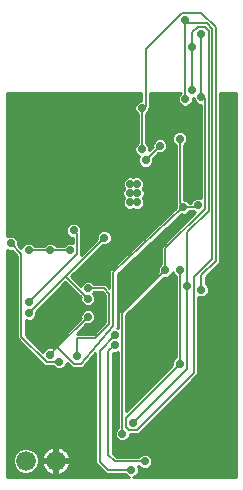
<source format=gbl>
G75*
%MOIN*%
%OFA0B0*%
%FSLAX25Y25*%
%IPPOS*%
%LPD*%
%AMOC8*
5,1,8,0,0,1.08239X$1,22.5*
%
%ADD10C,0.06600*%
%ADD11C,0.01000*%
%ADD12C,0.02800*%
%ADD13C,0.02781*%
%ADD14C,0.00600*%
D10*
X0010126Y0008304D03*
X0020126Y0008304D03*
D11*
X0003950Y0002986D02*
X0003950Y0078636D01*
X0004553Y0078386D01*
X0005547Y0078386D01*
X0005563Y0078393D01*
X0007250Y0076706D01*
X0007250Y0049106D01*
X0015650Y0040706D01*
X0016470Y0039886D01*
X0019124Y0039886D01*
X0019131Y0039870D01*
X0019834Y0039167D01*
X0020753Y0038786D01*
X0021747Y0038786D01*
X0022666Y0039167D01*
X0023369Y0039870D01*
X0023750Y0040789D01*
X0023750Y0041007D01*
X0024650Y0040106D01*
X0025470Y0039286D01*
X0027929Y0039286D01*
X0027973Y0039248D01*
X0028501Y0039286D01*
X0029030Y0039286D01*
X0029071Y0039328D01*
X0029130Y0039332D01*
X0029476Y0039732D01*
X0029850Y0040106D01*
X0029850Y0040165D01*
X0033336Y0044197D01*
X0033336Y0007461D01*
X0034156Y0006641D01*
X0036832Y0003965D01*
X0043139Y0003965D01*
X0043145Y0003949D01*
X0043849Y0003246D01*
X0044513Y0002971D01*
X0003950Y0002986D01*
X0003950Y0003683D02*
X0018813Y0003683D01*
X0019002Y0003622D02*
X0019626Y0003523D01*
X0019626Y0007804D01*
X0020626Y0007804D01*
X0020626Y0008804D01*
X0024906Y0008804D01*
X0024807Y0009428D01*
X0024574Y0010146D01*
X0024231Y0010820D01*
X0023787Y0011431D01*
X0023253Y0011965D01*
X0022641Y0012409D01*
X0021968Y0012752D01*
X0021250Y0012986D01*
X0020626Y0013085D01*
X0020626Y0008804D01*
X0019626Y0008804D01*
X0019626Y0013085D01*
X0019002Y0012986D01*
X0018283Y0012752D01*
X0017610Y0012409D01*
X0016999Y0011965D01*
X0016464Y0011431D01*
X0016020Y0010820D01*
X0015677Y0010146D01*
X0015444Y0009428D01*
X0015345Y0008804D01*
X0019626Y0008804D01*
X0019626Y0007804D01*
X0015345Y0007804D01*
X0015444Y0007180D01*
X0015677Y0006461D01*
X0016020Y0005788D01*
X0016464Y0005177D01*
X0016999Y0004643D01*
X0017610Y0004199D01*
X0018283Y0003856D01*
X0019002Y0003622D01*
X0019626Y0003683D02*
X0020626Y0003683D01*
X0020626Y0003523D02*
X0021250Y0003622D01*
X0021968Y0003856D01*
X0022641Y0004199D01*
X0023253Y0004643D01*
X0023787Y0005177D01*
X0024231Y0005788D01*
X0024574Y0006461D01*
X0024807Y0007180D01*
X0024906Y0007804D01*
X0020626Y0007804D01*
X0020626Y0003523D01*
X0021438Y0003683D02*
X0043411Y0003683D01*
X0046015Y0002970D02*
X0046681Y0003246D01*
X0047384Y0003949D01*
X0047765Y0004868D01*
X0047765Y0005863D01*
X0047408Y0006724D01*
X0047651Y0006724D01*
X0047657Y0006708D01*
X0048361Y0006005D01*
X0049280Y0005624D01*
X0050274Y0005624D01*
X0051193Y0006005D01*
X0051896Y0006708D01*
X0052277Y0007627D01*
X0052277Y0008622D01*
X0051896Y0009541D01*
X0051193Y0010244D01*
X0050274Y0010624D01*
X0049280Y0010624D01*
X0048361Y0010244D01*
X0047657Y0009541D01*
X0047651Y0009524D01*
X0040415Y0009524D01*
X0039061Y0010878D01*
X0039061Y0044175D01*
X0039203Y0044306D01*
X0039306Y0044264D01*
X0040301Y0044264D01*
X0040850Y0044491D01*
X0040850Y0019412D01*
X0040834Y0019406D01*
X0040131Y0018703D01*
X0039750Y0017784D01*
X0039750Y0016789D01*
X0040131Y0015870D01*
X0040834Y0015167D01*
X0041753Y0014786D01*
X0042747Y0014786D01*
X0043666Y0015167D01*
X0044369Y0015870D01*
X0044750Y0016789D01*
X0044750Y0017086D01*
X0045230Y0017086D01*
X0047630Y0017086D01*
X0048450Y0017906D01*
X0067650Y0037106D01*
X0067650Y0062995D01*
X0068153Y0062786D01*
X0069147Y0062786D01*
X0070066Y0063167D01*
X0070769Y0063870D01*
X0071150Y0064789D01*
X0071150Y0065784D01*
X0070769Y0066703D01*
X0070066Y0067406D01*
X0070050Y0067412D01*
X0070050Y0069506D01*
X0074030Y0073486D01*
X0074850Y0074306D01*
X0074850Y0131029D01*
X0080083Y0131029D01*
X0080064Y0002957D01*
X0046015Y0002970D01*
X0047118Y0003683D02*
X0080064Y0003683D01*
X0080064Y0004682D02*
X0047688Y0004682D01*
X0047765Y0005680D02*
X0049144Y0005680D01*
X0050409Y0005680D02*
X0080064Y0005680D01*
X0080064Y0006679D02*
X0051867Y0006679D01*
X0052277Y0007677D02*
X0080064Y0007677D01*
X0080065Y0008676D02*
X0052254Y0008676D01*
X0051762Y0009674D02*
X0080065Y0009674D01*
X0080065Y0010673D02*
X0039266Y0010673D01*
X0039061Y0011672D02*
X0080065Y0011672D01*
X0080065Y0012670D02*
X0039061Y0012670D01*
X0039061Y0013669D02*
X0080065Y0013669D01*
X0080065Y0014667D02*
X0039061Y0014667D01*
X0039061Y0015666D02*
X0040335Y0015666D01*
X0039802Y0016664D02*
X0039061Y0016664D01*
X0039061Y0017663D02*
X0039750Y0017663D01*
X0040113Y0018661D02*
X0039061Y0018661D01*
X0039061Y0019660D02*
X0040850Y0019660D01*
X0040850Y0020658D02*
X0039061Y0020658D01*
X0039061Y0021657D02*
X0040850Y0021657D01*
X0040850Y0022655D02*
X0039061Y0022655D01*
X0039061Y0023654D02*
X0040850Y0023654D01*
X0040850Y0024652D02*
X0039061Y0024652D01*
X0039061Y0025651D02*
X0040850Y0025651D01*
X0040850Y0026649D02*
X0039061Y0026649D01*
X0039061Y0027648D02*
X0040850Y0027648D01*
X0040850Y0028646D02*
X0039061Y0028646D01*
X0039061Y0029645D02*
X0040850Y0029645D01*
X0040850Y0030643D02*
X0039061Y0030643D01*
X0039061Y0031642D02*
X0040850Y0031642D01*
X0040850Y0032640D02*
X0039061Y0032640D01*
X0039061Y0033639D02*
X0040850Y0033639D01*
X0040850Y0034637D02*
X0039061Y0034637D01*
X0039061Y0035636D02*
X0040850Y0035636D01*
X0040850Y0036634D02*
X0039061Y0036634D01*
X0039061Y0037633D02*
X0040850Y0037633D01*
X0040850Y0038631D02*
X0039061Y0038631D01*
X0039061Y0039630D02*
X0040850Y0039630D01*
X0040850Y0040628D02*
X0039061Y0040628D01*
X0039061Y0041627D02*
X0040850Y0041627D01*
X0040850Y0042625D02*
X0039061Y0042625D01*
X0039061Y0043624D02*
X0040850Y0043624D01*
X0043650Y0043624D02*
X0060050Y0043624D01*
X0060050Y0042812D02*
X0060034Y0042806D01*
X0059331Y0042103D01*
X0058950Y0041184D01*
X0058950Y0040189D01*
X0058957Y0040173D01*
X0043650Y0024866D01*
X0043650Y0056906D01*
X0056137Y0069393D01*
X0056153Y0069386D01*
X0057147Y0069386D01*
X0058066Y0069767D01*
X0058769Y0070470D01*
X0059050Y0071148D01*
X0059331Y0070470D01*
X0060034Y0069767D01*
X0060050Y0069760D01*
X0060050Y0042812D01*
X0059853Y0042625D02*
X0043650Y0042625D01*
X0043650Y0041627D02*
X0059134Y0041627D01*
X0058950Y0040628D02*
X0043650Y0040628D01*
X0043650Y0039630D02*
X0058414Y0039630D01*
X0057415Y0038631D02*
X0043650Y0038631D01*
X0043650Y0037633D02*
X0056417Y0037633D01*
X0055418Y0036634D02*
X0043650Y0036634D01*
X0043650Y0035636D02*
X0054420Y0035636D01*
X0053421Y0034637D02*
X0043650Y0034637D01*
X0043650Y0033639D02*
X0052422Y0033639D01*
X0051424Y0032640D02*
X0043650Y0032640D01*
X0043650Y0031642D02*
X0050425Y0031642D01*
X0049427Y0030643D02*
X0043650Y0030643D01*
X0043650Y0029645D02*
X0048428Y0029645D01*
X0047430Y0028646D02*
X0043650Y0028646D01*
X0043650Y0027648D02*
X0046431Y0027648D01*
X0045433Y0026649D02*
X0043650Y0026649D01*
X0043650Y0025651D02*
X0044434Y0025651D01*
X0051202Y0020658D02*
X0080066Y0020658D01*
X0080066Y0019660D02*
X0050203Y0019660D01*
X0049205Y0018661D02*
X0080066Y0018661D01*
X0080066Y0017663D02*
X0048206Y0017663D01*
X0044698Y0016664D02*
X0080066Y0016664D01*
X0080066Y0015666D02*
X0044165Y0015666D01*
X0047791Y0009674D02*
X0040265Y0009674D01*
X0035117Y0005680D02*
X0024153Y0005680D01*
X0024645Y0006679D02*
X0034118Y0006679D01*
X0033336Y0007677D02*
X0024886Y0007677D01*
X0024727Y0009674D02*
X0033336Y0009674D01*
X0033336Y0008676D02*
X0020626Y0008676D01*
X0020626Y0009674D02*
X0019626Y0009674D01*
X0019626Y0008676D02*
X0014526Y0008676D01*
X0014526Y0009179D02*
X0013856Y0010796D01*
X0012618Y0012034D01*
X0011001Y0012704D01*
X0009250Y0012704D01*
X0007633Y0012034D01*
X0006395Y0010796D01*
X0005726Y0009179D01*
X0005726Y0007429D01*
X0006395Y0005812D01*
X0007633Y0004574D01*
X0009250Y0003904D01*
X0011001Y0003904D01*
X0012618Y0004574D01*
X0013856Y0005812D01*
X0014526Y0007429D01*
X0014526Y0009179D01*
X0014320Y0009674D02*
X0015524Y0009674D01*
X0015946Y0010673D02*
X0013907Y0010673D01*
X0012981Y0011672D02*
X0016705Y0011672D01*
X0018122Y0012670D02*
X0011083Y0012670D01*
X0009169Y0012670D02*
X0003950Y0012670D01*
X0003950Y0011672D02*
X0007271Y0011672D01*
X0006344Y0010673D02*
X0003950Y0010673D01*
X0003950Y0009674D02*
X0005931Y0009674D01*
X0005726Y0008676D02*
X0003950Y0008676D01*
X0003950Y0007677D02*
X0005726Y0007677D01*
X0006036Y0006679D02*
X0003950Y0006679D01*
X0003950Y0005680D02*
X0006527Y0005680D01*
X0007525Y0004682D02*
X0003950Y0004682D01*
X0012726Y0004682D02*
X0016959Y0004682D01*
X0016099Y0005680D02*
X0013725Y0005680D01*
X0014215Y0006679D02*
X0015607Y0006679D01*
X0015365Y0007677D02*
X0014526Y0007677D01*
X0019626Y0007677D02*
X0020626Y0007677D01*
X0020626Y0006679D02*
X0019626Y0006679D01*
X0019626Y0005680D02*
X0020626Y0005680D01*
X0020626Y0004682D02*
X0019626Y0004682D01*
X0023292Y0004682D02*
X0036115Y0004682D01*
X0033336Y0010673D02*
X0024306Y0010673D01*
X0023546Y0011672D02*
X0033336Y0011672D01*
X0033336Y0012670D02*
X0022130Y0012670D01*
X0020626Y0012670D02*
X0019626Y0012670D01*
X0019626Y0011672D02*
X0020626Y0011672D01*
X0020626Y0010673D02*
X0019626Y0010673D01*
X0033336Y0013669D02*
X0003950Y0013669D01*
X0003950Y0014667D02*
X0033336Y0014667D01*
X0033336Y0015666D02*
X0003950Y0015666D01*
X0003950Y0016664D02*
X0033336Y0016664D01*
X0033336Y0017663D02*
X0003950Y0017663D01*
X0003950Y0018661D02*
X0033336Y0018661D01*
X0033336Y0019660D02*
X0003950Y0019660D01*
X0003950Y0020658D02*
X0033336Y0020658D01*
X0033336Y0021657D02*
X0003950Y0021657D01*
X0003950Y0022655D02*
X0033336Y0022655D01*
X0033336Y0023654D02*
X0003950Y0023654D01*
X0003950Y0024652D02*
X0033336Y0024652D01*
X0033336Y0025651D02*
X0003950Y0025651D01*
X0003950Y0026649D02*
X0033336Y0026649D01*
X0033336Y0027648D02*
X0003950Y0027648D01*
X0003950Y0028646D02*
X0033336Y0028646D01*
X0033336Y0029645D02*
X0003950Y0029645D01*
X0003950Y0030643D02*
X0033336Y0030643D01*
X0033336Y0031642D02*
X0003950Y0031642D01*
X0003950Y0032640D02*
X0033336Y0032640D01*
X0033336Y0033639D02*
X0003950Y0033639D01*
X0003950Y0034637D02*
X0033336Y0034637D01*
X0033336Y0035636D02*
X0003950Y0035636D01*
X0003950Y0036634D02*
X0033336Y0036634D01*
X0033336Y0037633D02*
X0003950Y0037633D01*
X0003950Y0038631D02*
X0033336Y0038631D01*
X0033336Y0039630D02*
X0029387Y0039630D01*
X0030251Y0040628D02*
X0033336Y0040628D01*
X0033336Y0041627D02*
X0031114Y0041627D01*
X0031977Y0042625D02*
X0033336Y0042625D01*
X0033336Y0043624D02*
X0032841Y0043624D01*
X0025127Y0039630D02*
X0023129Y0039630D01*
X0023683Y0040628D02*
X0024128Y0040628D01*
X0019371Y0039630D02*
X0003950Y0039630D01*
X0003950Y0040628D02*
X0015728Y0040628D01*
X0014730Y0041627D02*
X0003950Y0041627D01*
X0003950Y0042625D02*
X0013731Y0042625D01*
X0012733Y0043624D02*
X0003950Y0043624D01*
X0003950Y0044622D02*
X0011734Y0044622D01*
X0010736Y0045621D02*
X0003950Y0045621D01*
X0003950Y0046619D02*
X0009737Y0046619D01*
X0008739Y0047618D02*
X0003950Y0047618D01*
X0003950Y0048616D02*
X0007740Y0048616D01*
X0007250Y0049615D02*
X0003950Y0049615D01*
X0003950Y0050613D02*
X0007250Y0050613D01*
X0007250Y0051612D02*
X0003950Y0051612D01*
X0003950Y0052610D02*
X0007250Y0052610D01*
X0007250Y0053609D02*
X0003950Y0053609D01*
X0003950Y0054607D02*
X0007250Y0054607D01*
X0007250Y0055606D02*
X0003950Y0055606D01*
X0003950Y0056605D02*
X0007250Y0056605D01*
X0007250Y0057603D02*
X0003950Y0057603D01*
X0003950Y0058602D02*
X0007250Y0058602D01*
X0007250Y0059600D02*
X0003950Y0059600D01*
X0003950Y0060599D02*
X0007250Y0060599D01*
X0007250Y0061597D02*
X0003950Y0061597D01*
X0003950Y0062596D02*
X0007250Y0062596D01*
X0007250Y0063594D02*
X0003950Y0063594D01*
X0003950Y0064593D02*
X0007250Y0064593D01*
X0007250Y0065591D02*
X0003950Y0065591D01*
X0003950Y0066590D02*
X0007250Y0066590D01*
X0007250Y0067588D02*
X0003950Y0067588D01*
X0003950Y0068587D02*
X0007250Y0068587D01*
X0007250Y0069585D02*
X0003950Y0069585D01*
X0003950Y0070584D02*
X0007250Y0070584D01*
X0007250Y0071582D02*
X0003950Y0071582D01*
X0003950Y0072581D02*
X0007250Y0072581D01*
X0007250Y0073579D02*
X0003950Y0073579D01*
X0003950Y0074578D02*
X0007250Y0074578D01*
X0007250Y0075576D02*
X0003950Y0075576D01*
X0003950Y0076575D02*
X0007250Y0076575D01*
X0006383Y0077573D02*
X0003950Y0077573D01*
X0003950Y0078572D02*
X0004105Y0078572D01*
X0007543Y0080373D02*
X0007550Y0080389D01*
X0007550Y0081384D01*
X0007169Y0082303D01*
X0006466Y0083006D01*
X0005547Y0083386D01*
X0004553Y0083386D01*
X0003950Y0083137D01*
X0003950Y0131033D01*
X0048650Y0131031D01*
X0048650Y0128386D01*
X0048353Y0128386D01*
X0047434Y0128006D01*
X0046731Y0127303D01*
X0046350Y0126384D01*
X0046350Y0125389D01*
X0046731Y0124470D01*
X0047434Y0123767D01*
X0047450Y0123760D01*
X0047450Y0114212D01*
X0047434Y0114206D01*
X0046731Y0113503D01*
X0046350Y0112584D01*
X0046350Y0111589D01*
X0046731Y0110670D01*
X0047434Y0109967D01*
X0047881Y0109782D01*
X0047550Y0108984D01*
X0047550Y0107989D01*
X0047931Y0107070D01*
X0048634Y0106367D01*
X0049553Y0105986D01*
X0050547Y0105986D01*
X0051466Y0106367D01*
X0052169Y0107070D01*
X0052550Y0107989D01*
X0052550Y0108984D01*
X0052543Y0109000D01*
X0054337Y0110793D01*
X0054353Y0110786D01*
X0055347Y0110786D01*
X0056266Y0111167D01*
X0056969Y0111870D01*
X0057350Y0112789D01*
X0057350Y0113784D01*
X0056969Y0114703D01*
X0056266Y0115406D01*
X0055347Y0115786D01*
X0054353Y0115786D01*
X0053434Y0115406D01*
X0052731Y0114703D01*
X0052350Y0113784D01*
X0052350Y0112789D01*
X0052357Y0112773D01*
X0051350Y0111766D01*
X0051350Y0112584D01*
X0050969Y0113503D01*
X0050266Y0114206D01*
X0050250Y0114212D01*
X0050250Y0123760D01*
X0050266Y0123767D01*
X0050969Y0124470D01*
X0051350Y0125389D01*
X0051350Y0125806D01*
X0051450Y0125906D01*
X0051450Y0131030D01*
X0061850Y0131030D01*
X0061850Y0131012D01*
X0061834Y0131006D01*
X0061131Y0130303D01*
X0060750Y0129384D01*
X0060750Y0128389D01*
X0061131Y0127470D01*
X0061834Y0126767D01*
X0062753Y0126386D01*
X0063747Y0126386D01*
X0064666Y0126767D01*
X0065369Y0127470D01*
X0065750Y0128389D01*
X0065750Y0129384D01*
X0065749Y0129386D01*
X0066147Y0129386D01*
X0066150Y0129388D01*
X0066150Y0128989D01*
X0066531Y0128070D01*
X0067234Y0127367D01*
X0068153Y0126986D01*
X0068450Y0126986D01*
X0068450Y0095778D01*
X0067947Y0095986D01*
X0066953Y0095986D01*
X0066034Y0095606D01*
X0065331Y0094903D01*
X0065075Y0094286D01*
X0064776Y0094286D01*
X0064769Y0094303D01*
X0064066Y0095006D01*
X0063147Y0095386D01*
X0062850Y0095386D01*
X0062850Y0113560D01*
X0062866Y0113567D01*
X0063569Y0114270D01*
X0063950Y0115189D01*
X0063950Y0116184D01*
X0063569Y0117103D01*
X0062866Y0117806D01*
X0061947Y0118186D01*
X0060953Y0118186D01*
X0060034Y0117806D01*
X0059331Y0117103D01*
X0058950Y0116184D01*
X0058950Y0115189D01*
X0059331Y0114270D01*
X0060034Y0113567D01*
X0060050Y0113560D01*
X0060050Y0093506D01*
X0060157Y0093400D01*
X0060150Y0093384D01*
X0060150Y0092478D01*
X0038796Y0072686D01*
X0038765Y0072686D01*
X0038374Y0072295D01*
X0037968Y0071919D01*
X0037967Y0071888D01*
X0037945Y0071866D01*
X0037945Y0071313D01*
X0037924Y0070760D01*
X0037945Y0070737D01*
X0037945Y0065994D01*
X0037059Y0066862D01*
X0036654Y0067266D01*
X0036645Y0067266D01*
X0036639Y0067272D01*
X0036066Y0067266D01*
X0032984Y0067266D01*
X0032969Y0067303D01*
X0032266Y0068006D01*
X0031347Y0068386D01*
X0030353Y0068386D01*
X0029434Y0068006D01*
X0028731Y0067303D01*
X0028462Y0066654D01*
X0025330Y0069786D01*
X0035737Y0080193D01*
X0035753Y0080186D01*
X0036747Y0080186D01*
X0037666Y0080567D01*
X0038369Y0081270D01*
X0038750Y0082189D01*
X0038750Y0083184D01*
X0038369Y0084103D01*
X0037666Y0084806D01*
X0036747Y0085186D01*
X0035753Y0085186D01*
X0034834Y0084806D01*
X0034131Y0084103D01*
X0033750Y0083184D01*
X0033750Y0082189D01*
X0033757Y0082173D01*
X0028650Y0077066D01*
X0028650Y0084466D01*
X0028543Y0084573D01*
X0028550Y0084589D01*
X0028550Y0085584D01*
X0028169Y0086503D01*
X0027466Y0087206D01*
X0026547Y0087586D01*
X0025553Y0087586D01*
X0024634Y0087206D01*
X0023931Y0086503D01*
X0023550Y0085584D01*
X0023550Y0084589D01*
X0023931Y0083670D01*
X0024634Y0082967D01*
X0025553Y0082586D01*
X0025850Y0082586D01*
X0025850Y0080778D01*
X0025347Y0080986D01*
X0024353Y0080986D01*
X0023434Y0080606D01*
X0022731Y0079903D01*
X0022724Y0079886D01*
X0020376Y0079886D01*
X0020369Y0079903D01*
X0019666Y0080606D01*
X0018747Y0080986D01*
X0017753Y0080986D01*
X0016834Y0080606D01*
X0016131Y0079903D01*
X0016124Y0079886D01*
X0013176Y0079886D01*
X0013169Y0079903D01*
X0012466Y0080606D01*
X0011547Y0080986D01*
X0010553Y0080986D01*
X0009634Y0080606D01*
X0008931Y0079903D01*
X0008662Y0079254D01*
X0007543Y0080373D01*
X0007550Y0080569D02*
X0009597Y0080569D01*
X0008793Y0079570D02*
X0008346Y0079570D01*
X0007474Y0081567D02*
X0025850Y0081567D01*
X0025850Y0082566D02*
X0006906Y0082566D01*
X0003950Y0083564D02*
X0024037Y0083564D01*
X0023561Y0084563D02*
X0003950Y0084563D01*
X0003950Y0085561D02*
X0023550Y0085561D01*
X0023988Y0086560D02*
X0003950Y0086560D01*
X0003950Y0087558D02*
X0025485Y0087558D01*
X0026615Y0087558D02*
X0054842Y0087558D01*
X0053765Y0086560D02*
X0028112Y0086560D01*
X0028550Y0085561D02*
X0052687Y0085561D01*
X0051610Y0084563D02*
X0037909Y0084563D01*
X0038592Y0083564D02*
X0050533Y0083564D01*
X0049455Y0082566D02*
X0038750Y0082566D01*
X0038492Y0081567D02*
X0048378Y0081567D01*
X0047301Y0080569D02*
X0037668Y0080569D01*
X0035114Y0079570D02*
X0046223Y0079570D01*
X0045146Y0078572D02*
X0034115Y0078572D01*
X0033117Y0077573D02*
X0044069Y0077573D01*
X0042991Y0076575D02*
X0032118Y0076575D01*
X0031120Y0075576D02*
X0041914Y0075576D01*
X0040837Y0074578D02*
X0030121Y0074578D01*
X0029123Y0073579D02*
X0039759Y0073579D01*
X0038660Y0072581D02*
X0028124Y0072581D01*
X0027126Y0071582D02*
X0037945Y0071582D01*
X0037945Y0070584D02*
X0026127Y0070584D01*
X0025531Y0069585D02*
X0037945Y0069585D01*
X0037945Y0068587D02*
X0026530Y0068587D01*
X0027528Y0067588D02*
X0029016Y0067588D01*
X0032684Y0067588D02*
X0037945Y0067588D01*
X0037945Y0066590D02*
X0037337Y0066590D01*
X0035503Y0064466D02*
X0032965Y0064466D01*
X0032586Y0064086D01*
X0032969Y0063703D01*
X0033350Y0062784D01*
X0033350Y0061789D01*
X0032969Y0060870D01*
X0032266Y0060167D01*
X0031347Y0059786D01*
X0030353Y0059786D01*
X0029434Y0060167D01*
X0028731Y0060870D01*
X0028350Y0061789D01*
X0028350Y0062784D01*
X0028357Y0062800D01*
X0023350Y0067806D01*
X0013543Y0058000D01*
X0013550Y0057984D01*
X0013550Y0056989D01*
X0013169Y0056070D01*
X0012466Y0055367D01*
X0011547Y0054986D01*
X0010553Y0054986D01*
X0010050Y0055195D01*
X0010050Y0050266D01*
X0015862Y0044454D01*
X0016131Y0045103D01*
X0016834Y0045806D01*
X0017753Y0046186D01*
X0018747Y0046186D01*
X0018763Y0046180D01*
X0019250Y0046666D01*
X0019250Y0046666D01*
X0020070Y0047486D01*
X0028357Y0055773D01*
X0028350Y0055789D01*
X0028350Y0056784D01*
X0028731Y0057703D01*
X0029434Y0058406D01*
X0030353Y0058786D01*
X0031347Y0058786D01*
X0032266Y0058406D01*
X0032969Y0057703D01*
X0033350Y0056784D01*
X0033350Y0055789D01*
X0032969Y0054870D01*
X0032266Y0054167D01*
X0031347Y0053786D01*
X0030353Y0053786D01*
X0030337Y0053793D01*
X0027030Y0050486D01*
X0032719Y0050486D01*
X0036579Y0054547D01*
X0036543Y0063449D01*
X0035503Y0064466D01*
X0036395Y0063594D02*
X0033014Y0063594D01*
X0033350Y0062596D02*
X0036546Y0062596D01*
X0036550Y0061597D02*
X0033270Y0061597D01*
X0032698Y0060599D02*
X0036554Y0060599D01*
X0036558Y0059600D02*
X0015144Y0059600D01*
X0016142Y0060599D02*
X0029002Y0060599D01*
X0028430Y0061597D02*
X0017141Y0061597D01*
X0018139Y0062596D02*
X0028350Y0062596D01*
X0027562Y0063594D02*
X0019138Y0063594D01*
X0020136Y0064593D02*
X0026564Y0064593D01*
X0025565Y0065591D02*
X0021135Y0065591D01*
X0022133Y0066590D02*
X0024567Y0066590D01*
X0023568Y0067588D02*
X0023132Y0067588D01*
X0040745Y0067588D02*
X0050372Y0067588D01*
X0049373Y0066590D02*
X0040745Y0066590D01*
X0040745Y0065591D02*
X0048375Y0065591D01*
X0047376Y0064593D02*
X0040745Y0064593D01*
X0040745Y0063594D02*
X0046378Y0063594D01*
X0045379Y0062596D02*
X0040745Y0062596D01*
X0040745Y0061597D02*
X0044381Y0061597D01*
X0043382Y0060599D02*
X0040745Y0060599D01*
X0040745Y0059600D02*
X0042384Y0059600D01*
X0041385Y0058602D02*
X0040745Y0058602D01*
X0040850Y0058066D02*
X0040850Y0056906D01*
X0040850Y0052467D01*
X0040607Y0052568D01*
X0040745Y0052706D01*
X0040745Y0052765D01*
X0040783Y0052809D01*
X0040745Y0053337D01*
X0040745Y0070675D01*
X0062056Y0090427D01*
X0062153Y0090386D01*
X0063147Y0090386D01*
X0064066Y0090767D01*
X0064769Y0091470D01*
X0064776Y0091486D01*
X0065914Y0091486D01*
X0066034Y0091367D01*
X0066682Y0091098D01*
X0055250Y0079666D01*
X0055250Y0074012D01*
X0055234Y0074006D01*
X0054531Y0073303D01*
X0054150Y0072384D01*
X0054150Y0071389D01*
X0054157Y0071373D01*
X0040850Y0058066D01*
X0040850Y0057603D02*
X0040745Y0057603D01*
X0040745Y0056605D02*
X0040850Y0056605D01*
X0040850Y0055606D02*
X0040745Y0055606D01*
X0040745Y0054607D02*
X0040850Y0054607D01*
X0040850Y0053609D02*
X0040745Y0053609D01*
X0040649Y0052610D02*
X0040850Y0052610D01*
X0043650Y0052610D02*
X0060050Y0052610D01*
X0060050Y0051612D02*
X0043650Y0051612D01*
X0043650Y0050613D02*
X0060050Y0050613D01*
X0060050Y0049615D02*
X0043650Y0049615D01*
X0043650Y0048616D02*
X0060050Y0048616D01*
X0060050Y0047618D02*
X0043650Y0047618D01*
X0043650Y0046619D02*
X0060050Y0046619D01*
X0060050Y0045621D02*
X0043650Y0045621D01*
X0043650Y0044622D02*
X0060050Y0044622D01*
X0067650Y0044622D02*
X0080070Y0044622D01*
X0080070Y0043624D02*
X0067650Y0043624D01*
X0067650Y0042625D02*
X0080070Y0042625D01*
X0080070Y0041627D02*
X0067650Y0041627D01*
X0067650Y0040628D02*
X0080069Y0040628D01*
X0080069Y0039630D02*
X0067650Y0039630D01*
X0067650Y0038631D02*
X0080069Y0038631D01*
X0080069Y0037633D02*
X0067650Y0037633D01*
X0067178Y0036634D02*
X0080069Y0036634D01*
X0080069Y0035636D02*
X0066179Y0035636D01*
X0065181Y0034637D02*
X0080068Y0034637D01*
X0080068Y0033639D02*
X0064182Y0033639D01*
X0063184Y0032640D02*
X0080068Y0032640D01*
X0080068Y0031642D02*
X0062185Y0031642D01*
X0061187Y0030643D02*
X0080068Y0030643D01*
X0080068Y0029645D02*
X0060188Y0029645D01*
X0059190Y0028646D02*
X0080068Y0028646D01*
X0080067Y0027648D02*
X0058191Y0027648D01*
X0057193Y0026649D02*
X0080067Y0026649D01*
X0080067Y0025651D02*
X0056194Y0025651D01*
X0055196Y0024652D02*
X0080067Y0024652D01*
X0080067Y0023654D02*
X0054197Y0023654D01*
X0053199Y0022655D02*
X0080067Y0022655D01*
X0080067Y0021657D02*
X0052200Y0021657D01*
X0047687Y0006679D02*
X0047427Y0006679D01*
X0015932Y0044622D02*
X0015694Y0044622D01*
X0016649Y0045621D02*
X0014695Y0045621D01*
X0013697Y0046619D02*
X0019203Y0046619D01*
X0020202Y0047618D02*
X0012698Y0047618D01*
X0011700Y0048616D02*
X0021200Y0048616D01*
X0022199Y0049615D02*
X0010701Y0049615D01*
X0010050Y0050613D02*
X0023197Y0050613D01*
X0024196Y0051612D02*
X0010050Y0051612D01*
X0010050Y0052610D02*
X0025194Y0052610D01*
X0026193Y0053609D02*
X0010050Y0053609D01*
X0010050Y0054607D02*
X0027191Y0054607D01*
X0028190Y0055606D02*
X0012705Y0055606D01*
X0013391Y0056605D02*
X0028350Y0056605D01*
X0028689Y0057603D02*
X0013550Y0057603D01*
X0014145Y0058602D02*
X0029906Y0058602D01*
X0031794Y0058602D02*
X0036562Y0058602D01*
X0036566Y0057603D02*
X0033011Y0057603D01*
X0033350Y0056605D02*
X0036570Y0056605D01*
X0036574Y0055606D02*
X0033274Y0055606D01*
X0032707Y0054607D02*
X0036578Y0054607D01*
X0035687Y0053609D02*
X0030152Y0053609D01*
X0029154Y0052610D02*
X0034738Y0052610D01*
X0033789Y0051612D02*
X0028155Y0051612D01*
X0027157Y0050613D02*
X0032839Y0050613D01*
X0043650Y0053609D02*
X0060050Y0053609D01*
X0060050Y0054607D02*
X0043650Y0054607D01*
X0043650Y0055606D02*
X0060050Y0055606D01*
X0060050Y0056605D02*
X0043650Y0056605D01*
X0044347Y0057603D02*
X0060050Y0057603D01*
X0060050Y0058602D02*
X0045345Y0058602D01*
X0046344Y0059600D02*
X0060050Y0059600D01*
X0060050Y0060599D02*
X0047342Y0060599D01*
X0048341Y0061597D02*
X0060050Y0061597D01*
X0060050Y0062596D02*
X0049339Y0062596D01*
X0050338Y0063594D02*
X0060050Y0063594D01*
X0060050Y0064593D02*
X0051336Y0064593D01*
X0052335Y0065591D02*
X0060050Y0065591D01*
X0060050Y0066590D02*
X0053333Y0066590D01*
X0054332Y0067588D02*
X0060050Y0067588D01*
X0060050Y0068587D02*
X0055330Y0068587D01*
X0057627Y0069585D02*
X0060050Y0069585D01*
X0059284Y0070584D02*
X0058816Y0070584D01*
X0054150Y0071582D02*
X0041724Y0071582D01*
X0040745Y0070584D02*
X0053367Y0070584D01*
X0052369Y0069585D02*
X0040745Y0069585D01*
X0040745Y0068587D02*
X0051370Y0068587D01*
X0054232Y0072581D02*
X0042801Y0072581D01*
X0043878Y0073579D02*
X0054807Y0073579D01*
X0055250Y0074578D02*
X0044956Y0074578D01*
X0046033Y0075576D02*
X0055250Y0075576D01*
X0055250Y0076575D02*
X0047110Y0076575D01*
X0048188Y0077573D02*
X0055250Y0077573D01*
X0055250Y0078572D02*
X0049265Y0078572D01*
X0050342Y0079570D02*
X0055250Y0079570D01*
X0056153Y0080569D02*
X0051420Y0080569D01*
X0052497Y0081567D02*
X0057151Y0081567D01*
X0058150Y0082566D02*
X0053574Y0082566D01*
X0054652Y0083564D02*
X0059148Y0083564D01*
X0060147Y0084563D02*
X0055729Y0084563D01*
X0056806Y0085561D02*
X0061145Y0085561D01*
X0062144Y0086560D02*
X0057884Y0086560D01*
X0058961Y0087558D02*
X0063142Y0087558D01*
X0064141Y0088557D02*
X0060038Y0088557D01*
X0061116Y0089555D02*
X0065139Y0089555D01*
X0066138Y0090554D02*
X0063552Y0090554D01*
X0060150Y0092551D02*
X0048810Y0092551D01*
X0048565Y0092306D02*
X0049268Y0093009D01*
X0049649Y0093928D01*
X0049649Y0094923D01*
X0049268Y0095842D01*
X0049167Y0095944D01*
X0049318Y0096095D01*
X0049699Y0097014D01*
X0049699Y0098008D01*
X0049318Y0098927D01*
X0049179Y0099066D01*
X0049281Y0099168D01*
X0049661Y0100087D01*
X0049661Y0101081D01*
X0049281Y0102000D01*
X0048578Y0102704D01*
X0047659Y0103084D01*
X0046664Y0103084D01*
X0046009Y0102813D01*
X0045354Y0103084D01*
X0044359Y0103084D01*
X0043440Y0102704D01*
X0042737Y0102000D01*
X0042357Y0101081D01*
X0042357Y0100087D01*
X0042737Y0099168D01*
X0042833Y0099072D01*
X0042700Y0098940D01*
X0042319Y0098021D01*
X0042319Y0097026D01*
X0042700Y0096107D01*
X0042851Y0095956D01*
X0042750Y0095854D01*
X0042369Y0094935D01*
X0042369Y0093941D01*
X0042750Y0093022D01*
X0043453Y0092319D01*
X0044372Y0091938D01*
X0045366Y0091938D01*
X0045994Y0092198D01*
X0046652Y0091926D01*
X0047646Y0091926D01*
X0048565Y0092306D01*
X0049492Y0093549D02*
X0060050Y0093549D01*
X0060050Y0094548D02*
X0049649Y0094548D01*
X0049391Y0095546D02*
X0060050Y0095546D01*
X0060050Y0096545D02*
X0049504Y0096545D01*
X0049699Y0097543D02*
X0060050Y0097543D01*
X0060050Y0098542D02*
X0049478Y0098542D01*
X0049435Y0099541D02*
X0060050Y0099541D01*
X0060050Y0100539D02*
X0049661Y0100539D01*
X0049473Y0101538D02*
X0060050Y0101538D01*
X0060050Y0102536D02*
X0048745Y0102536D01*
X0043273Y0102536D02*
X0003950Y0102536D01*
X0003950Y0101538D02*
X0042545Y0101538D01*
X0042357Y0100539D02*
X0003950Y0100539D01*
X0003950Y0099541D02*
X0042583Y0099541D01*
X0042535Y0098542D02*
X0003950Y0098542D01*
X0003950Y0097543D02*
X0042319Y0097543D01*
X0042519Y0096545D02*
X0003950Y0096545D01*
X0003950Y0095546D02*
X0042622Y0095546D01*
X0042369Y0094548D02*
X0003950Y0094548D01*
X0003950Y0093549D02*
X0042531Y0093549D01*
X0043220Y0092551D02*
X0003950Y0092551D01*
X0003950Y0091552D02*
X0059151Y0091552D01*
X0058074Y0090554D02*
X0003950Y0090554D01*
X0003950Y0089555D02*
X0056997Y0089555D01*
X0055919Y0088557D02*
X0003950Y0088557D01*
X0012503Y0080569D02*
X0016797Y0080569D01*
X0019703Y0080569D02*
X0023397Y0080569D01*
X0028650Y0080569D02*
X0032153Y0080569D01*
X0033151Y0081567D02*
X0028650Y0081567D01*
X0028650Y0082566D02*
X0033750Y0082566D01*
X0033908Y0083564D02*
X0028650Y0083564D01*
X0028553Y0084563D02*
X0034591Y0084563D01*
X0031154Y0079570D02*
X0028650Y0079570D01*
X0028650Y0078572D02*
X0030155Y0078572D01*
X0029157Y0077573D02*
X0028650Y0077573D01*
X0064524Y0094548D02*
X0065184Y0094548D01*
X0065975Y0095546D02*
X0062850Y0095546D01*
X0062850Y0096545D02*
X0068450Y0096545D01*
X0068450Y0097543D02*
X0062850Y0097543D01*
X0062850Y0098542D02*
X0068450Y0098542D01*
X0068450Y0099541D02*
X0062850Y0099541D01*
X0062850Y0100539D02*
X0068450Y0100539D01*
X0068450Y0101538D02*
X0062850Y0101538D01*
X0062850Y0102536D02*
X0068450Y0102536D01*
X0068450Y0103535D02*
X0062850Y0103535D01*
X0062850Y0104533D02*
X0068450Y0104533D01*
X0068450Y0105532D02*
X0062850Y0105532D01*
X0062850Y0106530D02*
X0068450Y0106530D01*
X0068450Y0107529D02*
X0062850Y0107529D01*
X0062850Y0108527D02*
X0068450Y0108527D01*
X0068450Y0109526D02*
X0062850Y0109526D01*
X0062850Y0110524D02*
X0068450Y0110524D01*
X0068450Y0111523D02*
X0062850Y0111523D01*
X0062850Y0112521D02*
X0068450Y0112521D01*
X0068450Y0113520D02*
X0062850Y0113520D01*
X0063672Y0114518D02*
X0068450Y0114518D01*
X0068450Y0115517D02*
X0063950Y0115517D01*
X0063813Y0116515D02*
X0068450Y0116515D01*
X0068450Y0117514D02*
X0063158Y0117514D01*
X0059742Y0117514D02*
X0050250Y0117514D01*
X0050250Y0118512D02*
X0068450Y0118512D01*
X0068450Y0119511D02*
X0050250Y0119511D01*
X0050250Y0120509D02*
X0068450Y0120509D01*
X0068450Y0121508D02*
X0050250Y0121508D01*
X0050250Y0122506D02*
X0068450Y0122506D01*
X0068450Y0123505D02*
X0050250Y0123505D01*
X0050983Y0124503D02*
X0068450Y0124503D01*
X0068450Y0125502D02*
X0051350Y0125502D01*
X0051450Y0126500D02*
X0062478Y0126500D01*
X0064022Y0126500D02*
X0068450Y0126500D01*
X0067102Y0127499D02*
X0065381Y0127499D01*
X0065750Y0128497D02*
X0066354Y0128497D01*
X0061119Y0127499D02*
X0051450Y0127499D01*
X0051450Y0128497D02*
X0060750Y0128497D01*
X0060796Y0129496D02*
X0051450Y0129496D01*
X0051450Y0130494D02*
X0061322Y0130494D01*
X0048650Y0130494D02*
X0003950Y0130494D01*
X0003950Y0129496D02*
X0048650Y0129496D01*
X0048650Y0128497D02*
X0003950Y0128497D01*
X0003950Y0127499D02*
X0046927Y0127499D01*
X0046398Y0126500D02*
X0003950Y0126500D01*
X0003950Y0125502D02*
X0046350Y0125502D01*
X0046717Y0124503D02*
X0003950Y0124503D01*
X0003950Y0123505D02*
X0047450Y0123505D01*
X0047450Y0122506D02*
X0003950Y0122506D01*
X0003950Y0121508D02*
X0047450Y0121508D01*
X0047450Y0120509D02*
X0003950Y0120509D01*
X0003950Y0119511D02*
X0047450Y0119511D01*
X0047450Y0118512D02*
X0003950Y0118512D01*
X0003950Y0117514D02*
X0047450Y0117514D01*
X0047450Y0116515D02*
X0003950Y0116515D01*
X0003950Y0115517D02*
X0047450Y0115517D01*
X0047450Y0114518D02*
X0003950Y0114518D01*
X0003950Y0113520D02*
X0046748Y0113520D01*
X0046350Y0112521D02*
X0003950Y0112521D01*
X0003950Y0111523D02*
X0046378Y0111523D01*
X0046877Y0110524D02*
X0003950Y0110524D01*
X0003950Y0109526D02*
X0047774Y0109526D01*
X0047550Y0108527D02*
X0003950Y0108527D01*
X0003950Y0107529D02*
X0047741Y0107529D01*
X0048471Y0106530D02*
X0003950Y0106530D01*
X0003950Y0105532D02*
X0060050Y0105532D01*
X0060050Y0106530D02*
X0051629Y0106530D01*
X0052359Y0107529D02*
X0060050Y0107529D01*
X0060050Y0108527D02*
X0052550Y0108527D01*
X0053069Y0109526D02*
X0060050Y0109526D01*
X0060050Y0110524D02*
X0054068Y0110524D01*
X0056622Y0111523D02*
X0060050Y0111523D01*
X0060050Y0112521D02*
X0057239Y0112521D01*
X0057350Y0113520D02*
X0060050Y0113520D01*
X0059228Y0114518D02*
X0057046Y0114518D01*
X0055998Y0115517D02*
X0058950Y0115517D01*
X0059087Y0116515D02*
X0050250Y0116515D01*
X0050250Y0115517D02*
X0053702Y0115517D01*
X0052654Y0114518D02*
X0050250Y0114518D01*
X0050952Y0113520D02*
X0052350Y0113520D01*
X0052105Y0112521D02*
X0051350Y0112521D01*
X0060050Y0104533D02*
X0003950Y0104533D01*
X0003950Y0103535D02*
X0060050Y0103535D01*
X0074850Y0103535D02*
X0080079Y0103535D01*
X0080079Y0104533D02*
X0074850Y0104533D01*
X0074850Y0105532D02*
X0080079Y0105532D01*
X0080079Y0106530D02*
X0074850Y0106530D01*
X0074850Y0107529D02*
X0080079Y0107529D01*
X0080080Y0108527D02*
X0074850Y0108527D01*
X0074850Y0109526D02*
X0080080Y0109526D01*
X0080080Y0110524D02*
X0074850Y0110524D01*
X0074850Y0111523D02*
X0080080Y0111523D01*
X0080080Y0112521D02*
X0074850Y0112521D01*
X0074850Y0113520D02*
X0080080Y0113520D01*
X0080080Y0114518D02*
X0074850Y0114518D01*
X0074850Y0115517D02*
X0080081Y0115517D01*
X0080081Y0116515D02*
X0074850Y0116515D01*
X0074850Y0117514D02*
X0080081Y0117514D01*
X0080081Y0118512D02*
X0074850Y0118512D01*
X0074850Y0119511D02*
X0080081Y0119511D01*
X0080081Y0120509D02*
X0074850Y0120509D01*
X0074850Y0121508D02*
X0080082Y0121508D01*
X0080082Y0122506D02*
X0074850Y0122506D01*
X0074850Y0123505D02*
X0080082Y0123505D01*
X0080082Y0124503D02*
X0074850Y0124503D01*
X0074850Y0125502D02*
X0080082Y0125502D01*
X0080082Y0126500D02*
X0074850Y0126500D01*
X0074850Y0127499D02*
X0080082Y0127499D01*
X0080083Y0128497D02*
X0074850Y0128497D01*
X0074850Y0129496D02*
X0080083Y0129496D01*
X0080083Y0130494D02*
X0074850Y0130494D01*
X0074850Y0102536D02*
X0080079Y0102536D01*
X0080079Y0101538D02*
X0074850Y0101538D01*
X0074850Y0100539D02*
X0080078Y0100539D01*
X0080078Y0099541D02*
X0074850Y0099541D01*
X0074850Y0098542D02*
X0080078Y0098542D01*
X0080078Y0097543D02*
X0074850Y0097543D01*
X0074850Y0096545D02*
X0080078Y0096545D01*
X0080078Y0095546D02*
X0074850Y0095546D01*
X0074850Y0094548D02*
X0080077Y0094548D01*
X0080077Y0093549D02*
X0074850Y0093549D01*
X0074850Y0092551D02*
X0080077Y0092551D01*
X0080077Y0091552D02*
X0074850Y0091552D01*
X0074850Y0090554D02*
X0080077Y0090554D01*
X0080077Y0089555D02*
X0074850Y0089555D01*
X0074850Y0088557D02*
X0080077Y0088557D01*
X0080076Y0087558D02*
X0074850Y0087558D01*
X0074850Y0086560D02*
X0080076Y0086560D01*
X0080076Y0085561D02*
X0074850Y0085561D01*
X0074850Y0084563D02*
X0080076Y0084563D01*
X0080076Y0083564D02*
X0074850Y0083564D01*
X0074850Y0082566D02*
X0080076Y0082566D01*
X0080076Y0081567D02*
X0074850Y0081567D01*
X0074850Y0080569D02*
X0080075Y0080569D01*
X0080075Y0079570D02*
X0074850Y0079570D01*
X0074850Y0078572D02*
X0080075Y0078572D01*
X0080075Y0077573D02*
X0074850Y0077573D01*
X0074850Y0076575D02*
X0080075Y0076575D01*
X0080075Y0075576D02*
X0074850Y0075576D01*
X0074850Y0074578D02*
X0080074Y0074578D01*
X0080074Y0073579D02*
X0074123Y0073579D01*
X0073124Y0072581D02*
X0080074Y0072581D01*
X0080074Y0071582D02*
X0072126Y0071582D01*
X0071127Y0070584D02*
X0080074Y0070584D01*
X0080074Y0069585D02*
X0070129Y0069585D01*
X0070050Y0068587D02*
X0080074Y0068587D01*
X0080073Y0067588D02*
X0070050Y0067588D01*
X0070816Y0066590D02*
X0080073Y0066590D01*
X0080073Y0065591D02*
X0071150Y0065591D01*
X0071069Y0064593D02*
X0080073Y0064593D01*
X0080073Y0063594D02*
X0070493Y0063594D01*
X0067650Y0062596D02*
X0080073Y0062596D01*
X0080073Y0061597D02*
X0067650Y0061597D01*
X0067650Y0060599D02*
X0080072Y0060599D01*
X0080072Y0059600D02*
X0067650Y0059600D01*
X0067650Y0058602D02*
X0080072Y0058602D01*
X0080072Y0057603D02*
X0067650Y0057603D01*
X0067650Y0056605D02*
X0080072Y0056605D01*
X0080072Y0055606D02*
X0067650Y0055606D01*
X0067650Y0054607D02*
X0080071Y0054607D01*
X0080071Y0053609D02*
X0067650Y0053609D01*
X0067650Y0052610D02*
X0080071Y0052610D01*
X0080071Y0051612D02*
X0067650Y0051612D01*
X0067650Y0050613D02*
X0080071Y0050613D01*
X0080071Y0049615D02*
X0067650Y0049615D01*
X0067650Y0048616D02*
X0080071Y0048616D01*
X0080070Y0047618D02*
X0067650Y0047618D01*
X0067650Y0046619D02*
X0080070Y0046619D01*
X0080070Y0045621D02*
X0067650Y0045621D01*
D12*
X0071362Y0041479D03*
X0061450Y0040686D03*
X0039804Y0046764D03*
X0039834Y0050182D03*
X0046008Y0053888D03*
X0052461Y0054243D03*
X0034377Y0059409D03*
X0030850Y0056286D03*
X0030850Y0062286D03*
X0030850Y0065886D03*
X0018620Y0061602D03*
X0011050Y0061086D03*
X0011050Y0057486D03*
X0018250Y0043686D03*
X0021250Y0041286D03*
X0027250Y0043086D03*
X0029337Y0035336D03*
X0045205Y0028388D03*
X0045850Y0020886D03*
X0042250Y0017286D03*
X0042938Y0011358D03*
X0049777Y0008124D03*
X0045265Y0005365D03*
X0056543Y0008165D03*
X0071177Y0010478D03*
X0070878Y0022342D03*
X0077854Y0061642D03*
X0073189Y0064821D03*
X0068650Y0065286D03*
X0063850Y0066486D03*
X0061450Y0071886D03*
X0056650Y0071886D03*
X0045049Y0066672D03*
X0024850Y0078486D03*
X0018250Y0078486D03*
X0011050Y0078486D03*
X0005050Y0080886D03*
X0026050Y0085086D03*
X0036250Y0082686D03*
X0050969Y0089035D03*
X0062650Y0092886D03*
X0067450Y0093486D03*
X0057691Y0097626D03*
X0047199Y0097511D03*
X0044819Y0097523D03*
X0044857Y0100584D03*
X0047161Y0100584D03*
X0047149Y0094426D03*
X0044869Y0094438D03*
X0030401Y0102182D03*
X0020770Y0094561D03*
X0008566Y0095028D03*
X0050050Y0108486D03*
X0048850Y0112086D03*
X0054850Y0113286D03*
X0058344Y0110412D03*
X0065655Y0106905D03*
X0061450Y0115686D03*
X0048850Y0125886D03*
X0043189Y0127754D03*
X0055866Y0127004D03*
X0063250Y0128886D03*
X0065650Y0131886D03*
X0068650Y0129486D03*
X0065650Y0146286D03*
X0068650Y0150486D03*
X0063250Y0155286D03*
D13*
X0006502Y0127063D03*
X0076781Y0097362D03*
D14*
X0067450Y0093486D02*
X0066850Y0092886D01*
X0062650Y0092886D01*
X0039345Y0071286D01*
X0039345Y0053286D01*
X0028450Y0040686D01*
X0026050Y0040686D01*
X0020650Y0046086D01*
X0030850Y0056286D01*
X0037981Y0053990D02*
X0037941Y0064040D01*
X0036074Y0065866D01*
X0030870Y0065866D01*
X0030850Y0065886D01*
X0030850Y0062286D02*
X0023650Y0069486D01*
X0023050Y0069486D01*
X0036250Y0082686D01*
X0027250Y0083886D02*
X0026050Y0085086D01*
X0027250Y0083886D02*
X0027250Y0077286D01*
X0011050Y0061086D01*
X0011050Y0057486D02*
X0023050Y0069486D01*
X0008650Y0077286D02*
X0008650Y0049686D01*
X0017050Y0041286D01*
X0021250Y0041286D01*
X0018250Y0043686D02*
X0020650Y0046086D01*
X0027250Y0049086D02*
X0027250Y0043086D01*
X0034736Y0044833D02*
X0039834Y0050182D01*
X0039804Y0046764D02*
X0037661Y0044789D01*
X0037661Y0010298D01*
X0039835Y0008124D01*
X0049777Y0008124D01*
X0045265Y0005365D02*
X0037412Y0005365D01*
X0034736Y0008041D01*
X0034736Y0044833D01*
X0033319Y0049086D02*
X0027250Y0049086D01*
X0033319Y0049086D02*
X0037981Y0053990D01*
X0042250Y0057486D02*
X0056650Y0071886D01*
X0056650Y0079086D01*
X0069850Y0092286D01*
X0069850Y0128886D01*
X0068650Y0130086D01*
X0068650Y0129486D01*
X0068650Y0130086D02*
X0068650Y0150486D01*
X0069850Y0152886D02*
X0071050Y0151686D01*
X0071050Y0091686D01*
X0063850Y0084486D01*
X0063850Y0066486D01*
X0063850Y0038886D01*
X0045850Y0020886D01*
X0043450Y0019686D02*
X0044650Y0018486D01*
X0047050Y0018486D01*
X0066250Y0037686D01*
X0066250Y0069486D01*
X0072250Y0075486D01*
X0072250Y0152286D01*
X0070450Y0154086D01*
X0063250Y0154086D01*
X0063250Y0155286D01*
X0063250Y0154086D02*
X0063250Y0128886D01*
X0065650Y0131886D02*
X0065650Y0146286D01*
X0065650Y0151086D01*
X0067450Y0152886D01*
X0069850Y0152886D01*
X0073450Y0152886D02*
X0068650Y0157686D01*
X0062050Y0157686D01*
X0050050Y0145686D01*
X0050050Y0126486D01*
X0048850Y0125286D01*
X0048850Y0125886D01*
X0048850Y0125286D02*
X0048850Y0112086D01*
X0050050Y0108486D02*
X0054850Y0113286D01*
X0061450Y0115686D02*
X0061450Y0094086D01*
X0062650Y0092886D01*
X0073450Y0074886D02*
X0073450Y0152886D01*
X0005050Y0080886D02*
X0008650Y0077286D01*
X0011050Y0078486D02*
X0018250Y0078486D01*
X0024850Y0078486D01*
X0061450Y0071886D02*
X0061450Y0040686D01*
X0043450Y0022686D01*
X0043450Y0019686D01*
X0042250Y0017286D02*
X0042250Y0057486D01*
X0068650Y0065286D02*
X0068650Y0070086D01*
X0073450Y0074886D01*
M02*

</source>
